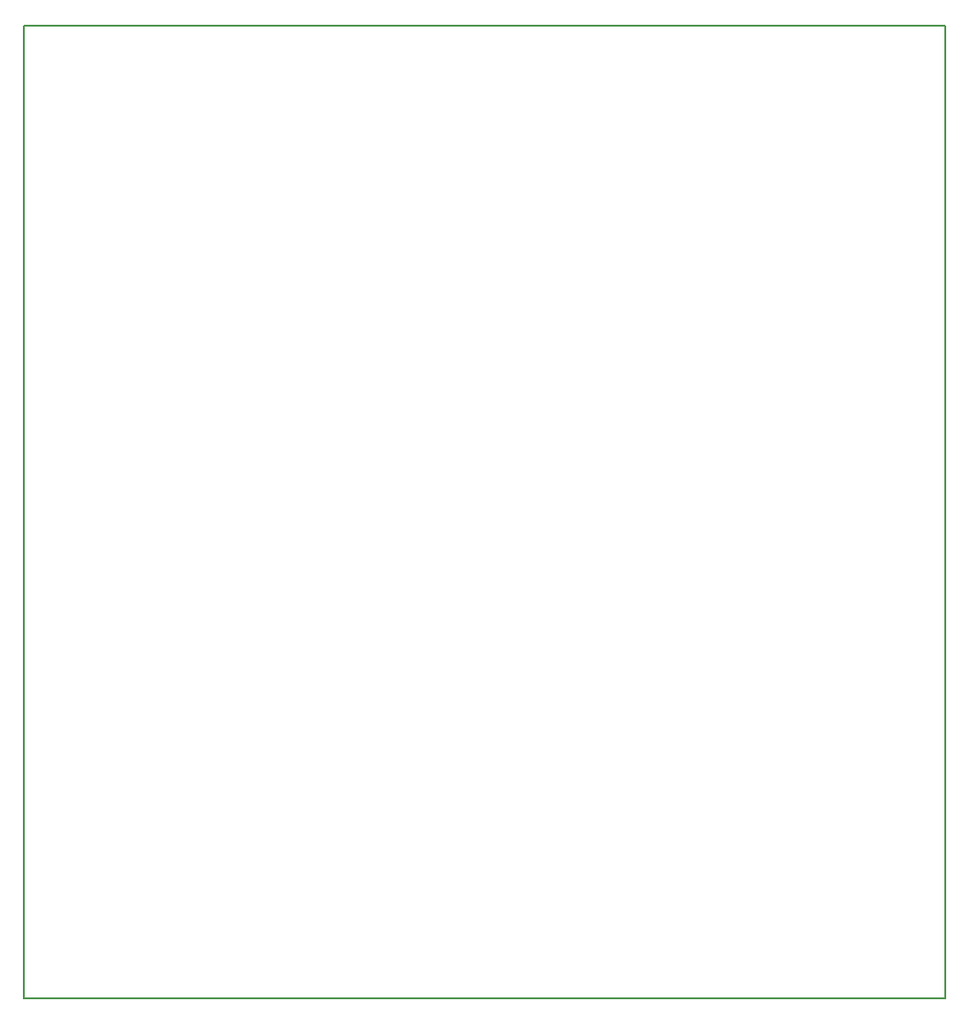
<source format=gm1>
G04 MADE WITH FRITZING*
G04 WWW.FRITZING.ORG*
G04 DOUBLE SIDED*
G04 HOLES PLATED*
G04 CONTOUR ON CENTER OF CONTOUR VECTOR*
%ASAXBY*%
%FSLAX23Y23*%
%MOIN*%
%OFA0B0*%
%SFA1.0B1.0*%
%ADD10R,3.358270X3.543310*%
%ADD11C,0.008000*%
%ADD10C,0.008*%
%LNCONTOUR*%
G90*
G70*
G54D10*
G54D11*
X4Y3539D02*
X3354Y3539D01*
X3354Y4D01*
X4Y4D01*
X4Y3539D01*
D02*
G04 End of contour*
M02*
</source>
